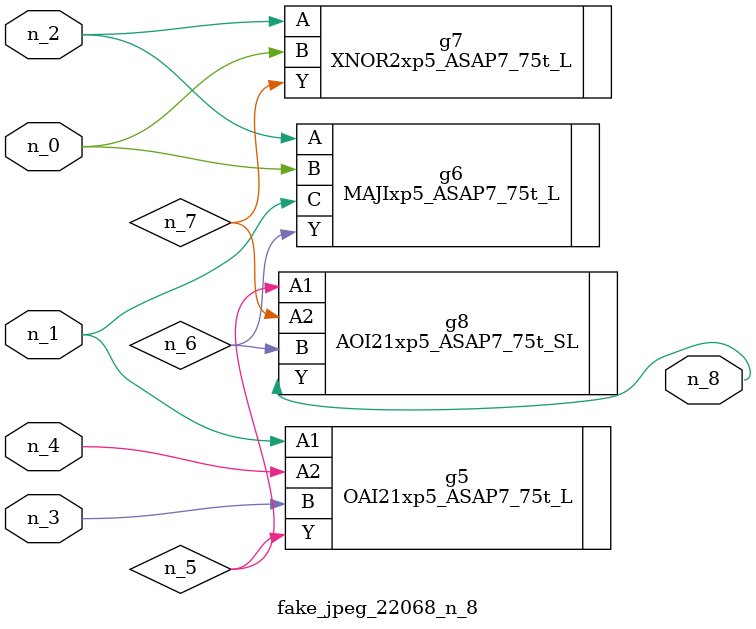
<source format=v>
module fake_jpeg_22068_n_8 (n_3, n_2, n_1, n_0, n_4, n_8);

input n_3;
input n_2;
input n_1;
input n_0;
input n_4;

output n_8;

wire n_6;
wire n_5;
wire n_7;

OAI21xp5_ASAP7_75t_L g5 ( 
.A1(n_1),
.A2(n_4),
.B(n_3),
.Y(n_5)
);

MAJIxp5_ASAP7_75t_L g6 ( 
.A(n_2),
.B(n_0),
.C(n_1),
.Y(n_6)
);

XNOR2xp5_ASAP7_75t_L g7 ( 
.A(n_2),
.B(n_0),
.Y(n_7)
);

AOI21xp5_ASAP7_75t_SL g8 ( 
.A1(n_5),
.A2(n_7),
.B(n_6),
.Y(n_8)
);


endmodule
</source>
